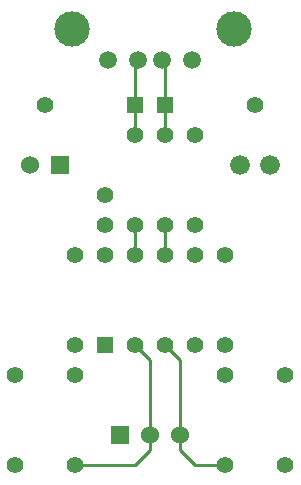
<source format=gtl>
G04 (created by PCBNEW (2013-jul-07)-stable) date Fr 27 Mär 2015 12:46:30 CET*
%MOIN*%
G04 Gerber Fmt 3.4, Leading zero omitted, Abs format*
%FSLAX34Y34*%
G01*
G70*
G90*
G04 APERTURE LIST*
%ADD10C,0.00590551*%
%ADD11R,0.06X0.06*%
%ADD12C,0.06*%
%ADD13C,0.0591*%
%ADD14C,0.1181*%
%ADD15C,0.055*%
%ADD16R,0.055X0.055*%
%ADD17C,0.066*%
%ADD18C,0.01*%
G04 APERTURE END LIST*
G54D10*
G54D11*
X26500Y-27500D03*
G54D12*
X25500Y-27500D03*
G54D13*
X28100Y-24000D03*
X29100Y-24000D03*
X29900Y-24000D03*
X30900Y-24000D03*
G54D14*
X26900Y-22950D03*
X32300Y-22950D03*
G54D15*
X34000Y-37500D03*
X32000Y-37500D03*
X34000Y-34500D03*
X32000Y-34500D03*
X25000Y-34500D03*
X27000Y-34500D03*
X25000Y-37500D03*
X27000Y-37500D03*
X30000Y-26500D03*
X30000Y-29500D03*
X29000Y-26500D03*
X29000Y-29500D03*
X31000Y-29500D03*
X31000Y-26500D03*
X27000Y-30500D03*
X27000Y-33500D03*
G54D11*
X28500Y-36500D03*
G54D12*
X29500Y-36500D03*
X30500Y-36500D03*
G54D16*
X28000Y-33500D03*
G54D15*
X29000Y-33500D03*
X30000Y-33500D03*
X31000Y-33500D03*
X31000Y-30500D03*
X30000Y-30500D03*
X29000Y-30500D03*
X28000Y-30500D03*
G54D16*
X29000Y-25500D03*
G54D15*
X26000Y-25500D03*
G54D16*
X30000Y-25500D03*
G54D15*
X33000Y-25500D03*
X28000Y-28500D03*
X28000Y-29500D03*
X32000Y-30500D03*
X32000Y-33500D03*
G54D17*
X32500Y-27500D03*
X33500Y-27500D03*
G54D18*
X29000Y-26500D02*
X29000Y-25500D01*
X29000Y-25500D02*
X29000Y-24100D01*
X29000Y-24100D02*
X29100Y-24000D01*
X30000Y-26500D02*
X30000Y-25500D01*
X30000Y-25500D02*
X30000Y-24100D01*
X30000Y-24100D02*
X29900Y-24000D01*
X30500Y-36500D02*
X30500Y-34000D01*
X30500Y-34000D02*
X30000Y-33500D01*
X30500Y-36500D02*
X30500Y-37000D01*
X31000Y-37500D02*
X32000Y-37500D01*
X30500Y-37000D02*
X31000Y-37500D01*
X29500Y-36500D02*
X29500Y-37000D01*
X29000Y-37500D02*
X27000Y-37500D01*
X29500Y-37000D02*
X29000Y-37500D01*
X29500Y-36500D02*
X29500Y-34000D01*
X29500Y-34000D02*
X29000Y-33500D01*
X30000Y-30500D02*
X30000Y-29500D01*
X29000Y-30500D02*
X29000Y-29500D01*
M02*

</source>
